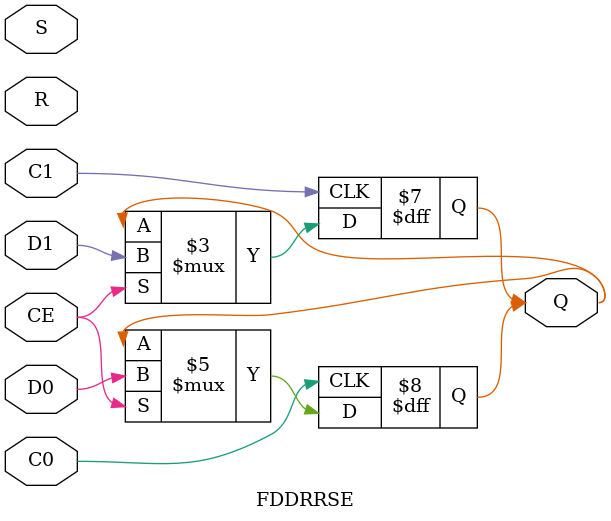
<source format=v>
`timescale 1ns / 1ns
module FDDRRSE(input S, input R,
	input D0, input D1, input CE, input C0, input C1, output reg Q);

always @(posedge C0) if (CE) Q <= D0;
always @(posedge C1) if (CE) Q <= D1;

endmodule

</source>
